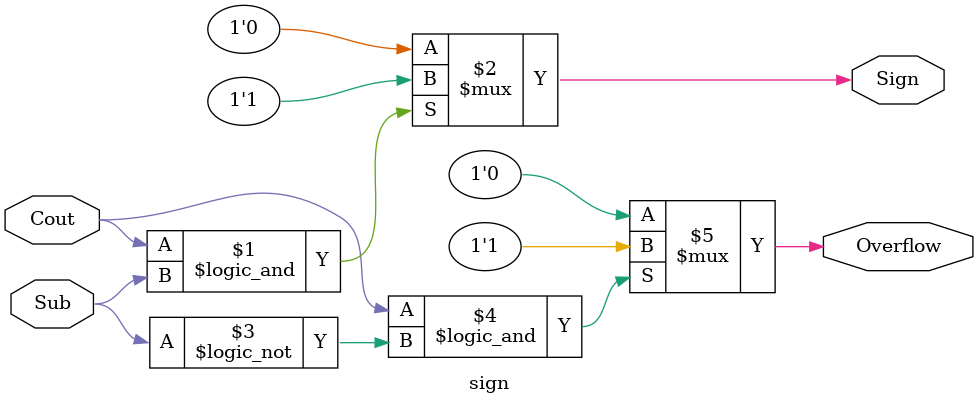
<source format=v>
`timescale 1ns / 1ps


module sign(
    input Cout,
    input Sub,
    output Overflow,
    output Sign
    );
    
    assign Sign = ((Cout && Sub) ? 1'b1 : 1'b0);
    assign Overflow = ((Cout && !Sub) ? 1'b1 : 1'b0);
    
    
    
endmodule

</source>
